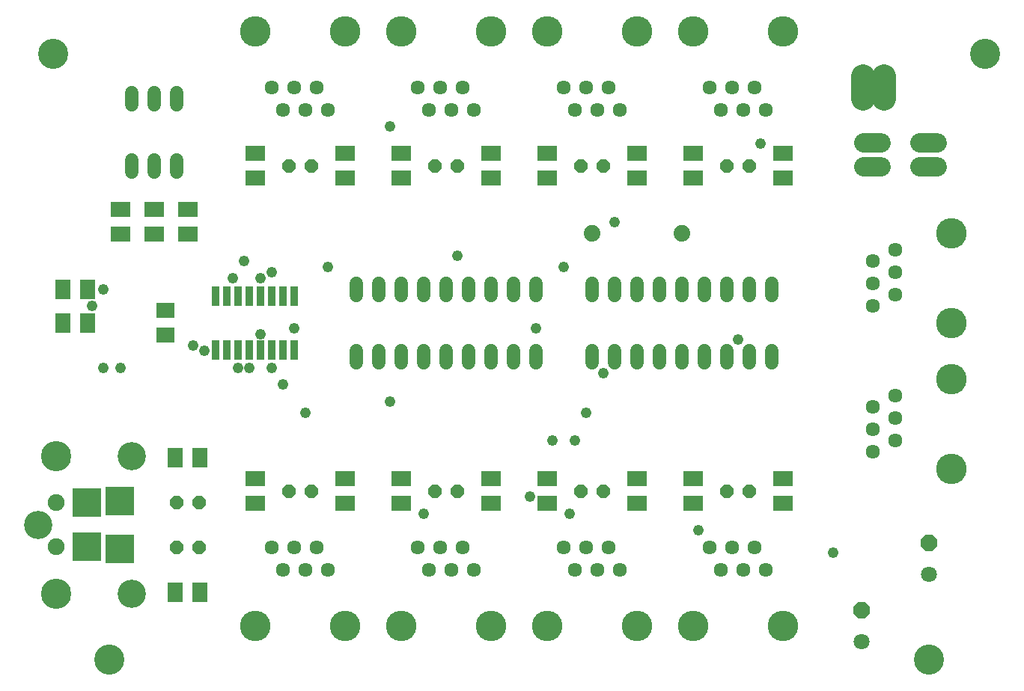
<source format=gts>
G75*
G70*
%OFA0B0*%
%FSLAX24Y24*%
%IPPOS*%
%LPD*%
%AMOC8*
5,1,8,0,0,1.08239X$1,22.5*
%
%ADD10C,0.1340*%
%ADD11R,0.0340X0.0880*%
%ADD12C,0.0600*%
%ADD13C,0.0634*%
%ADD14C,0.1360*%
%ADD15R,0.0867X0.0710*%
%ADD16OC8,0.0600*%
%ADD17C,0.0740*%
%ADD18C,0.0867*%
%ADD19C,0.1261*%
%ADD20C,0.1346*%
%ADD21R,0.1261X0.1261*%
%ADD22C,0.0749*%
%ADD23R,0.0710X0.0867*%
%ADD24C,0.1080*%
%ADD25OC8,0.0710*%
%ADD26C,0.0710*%
%ADD27R,0.0789X0.0710*%
%ADD28C,0.0480*%
D10*
X004100Y001704D03*
X040600Y001704D03*
X043100Y028704D03*
X001600Y028704D03*
D11*
X008850Y017914D03*
X009350Y017914D03*
X009850Y017914D03*
X010350Y017914D03*
X010850Y017914D03*
X011350Y017914D03*
X011850Y017914D03*
X012350Y017914D03*
X012350Y015494D03*
X011850Y015494D03*
X011350Y015494D03*
X010850Y015494D03*
X010350Y015494D03*
X009850Y015494D03*
X009350Y015494D03*
X008850Y015494D03*
D12*
X015100Y015464D02*
X015100Y014944D01*
X016100Y014944D02*
X016100Y015464D01*
X017100Y015464D02*
X017100Y014944D01*
X018100Y014944D02*
X018100Y015464D01*
X019100Y015464D02*
X019100Y014944D01*
X020100Y014944D02*
X020100Y015464D01*
X021100Y015464D02*
X021100Y014944D01*
X022100Y014944D02*
X022100Y015464D01*
X023100Y015464D02*
X023100Y014944D01*
X025600Y014944D02*
X025600Y015464D01*
X026600Y015464D02*
X026600Y014944D01*
X027600Y014944D02*
X027600Y015464D01*
X028600Y015464D02*
X028600Y014944D01*
X029600Y014944D02*
X029600Y015464D01*
X030600Y015464D02*
X030600Y014944D01*
X031600Y014944D02*
X031600Y015464D01*
X032600Y015464D02*
X032600Y014944D01*
X033600Y014944D02*
X033600Y015464D01*
X033600Y017944D02*
X033600Y018464D01*
X032600Y018464D02*
X032600Y017944D01*
X031600Y017944D02*
X031600Y018464D01*
X030600Y018464D02*
X030600Y017944D01*
X029600Y017944D02*
X029600Y018464D01*
X028600Y018464D02*
X028600Y017944D01*
X027600Y017944D02*
X027600Y018464D01*
X026600Y018464D02*
X026600Y017944D01*
X025600Y017944D02*
X025600Y018464D01*
X023100Y018464D02*
X023100Y017944D01*
X022100Y017944D02*
X022100Y018464D01*
X021100Y018464D02*
X021100Y017944D01*
X020100Y017944D02*
X020100Y018464D01*
X019100Y018464D02*
X019100Y017944D01*
X018100Y017944D02*
X018100Y018464D01*
X017100Y018464D02*
X017100Y017944D01*
X016100Y017944D02*
X016100Y018464D01*
X015100Y018464D02*
X015100Y017944D01*
X007100Y023444D02*
X007100Y023964D01*
X006100Y023964D02*
X006100Y023444D01*
X005100Y023444D02*
X005100Y023964D01*
X005100Y026444D02*
X005100Y026964D01*
X006100Y026964D02*
X006100Y026444D01*
X007100Y026444D02*
X007100Y026964D01*
D13*
X011350Y027204D03*
X012350Y027204D03*
X013350Y027204D03*
X012850Y026204D03*
X011850Y026204D03*
X013850Y026204D03*
X017850Y027204D03*
X018850Y027204D03*
X019850Y027204D03*
X019350Y026204D03*
X020350Y026204D03*
X018350Y026204D03*
X024350Y027204D03*
X025350Y027204D03*
X026350Y027204D03*
X025850Y026204D03*
X024850Y026204D03*
X026850Y026204D03*
X030850Y027204D03*
X031850Y027204D03*
X032850Y027204D03*
X032350Y026204D03*
X033350Y026204D03*
X031350Y026204D03*
X039100Y019954D03*
X038100Y019454D03*
X039100Y018954D03*
X038100Y018454D03*
X039100Y017954D03*
X038100Y017454D03*
X039100Y013454D03*
X038100Y012954D03*
X039100Y012454D03*
X038100Y011954D03*
X039100Y011454D03*
X038100Y010954D03*
X032850Y006704D03*
X031850Y006704D03*
X030850Y006704D03*
X031350Y005704D03*
X032350Y005704D03*
X033350Y005704D03*
X026850Y005704D03*
X025850Y005704D03*
X024850Y005704D03*
X024350Y006704D03*
X025350Y006704D03*
X026350Y006704D03*
X020350Y005704D03*
X019350Y005704D03*
X018350Y005704D03*
X017850Y006704D03*
X018850Y006704D03*
X019850Y006704D03*
X013850Y005704D03*
X012850Y005704D03*
X011850Y005704D03*
X011350Y006704D03*
X012350Y006704D03*
X013350Y006704D03*
D14*
X014600Y003204D03*
X017100Y003204D03*
X021100Y003204D03*
X023600Y003204D03*
X027600Y003204D03*
X030100Y003204D03*
X034100Y003204D03*
X041600Y010204D03*
X041600Y014204D03*
X041600Y016704D03*
X041600Y020704D03*
X034100Y029704D03*
X030100Y029704D03*
X027600Y029704D03*
X023600Y029704D03*
X021100Y029704D03*
X017100Y029704D03*
X014600Y029704D03*
X010600Y029704D03*
X010600Y003204D03*
D15*
X010600Y008653D03*
X010600Y009755D03*
X014600Y009755D03*
X014600Y008653D03*
X017100Y008653D03*
X017100Y009755D03*
X021100Y009755D03*
X021100Y008653D03*
X023600Y008653D03*
X023600Y009755D03*
X027600Y009755D03*
X027600Y008653D03*
X030100Y008653D03*
X030100Y009755D03*
X034100Y009755D03*
X034100Y008653D03*
X034100Y023153D03*
X034100Y024255D03*
X030100Y024255D03*
X030100Y023153D03*
X027600Y023153D03*
X027600Y024255D03*
X023600Y024255D03*
X023600Y023153D03*
X021100Y023153D03*
X021100Y024255D03*
X017100Y024255D03*
X017100Y023153D03*
X014600Y023153D03*
X014600Y024255D03*
X010600Y024255D03*
X010600Y023153D03*
X007600Y021755D03*
X006100Y021755D03*
X004600Y021755D03*
X004600Y020653D03*
X006100Y020653D03*
X007600Y020653D03*
D16*
X012100Y023704D03*
X013100Y023704D03*
X018600Y023704D03*
X019600Y023704D03*
X025100Y023704D03*
X026100Y023704D03*
X031600Y023704D03*
X032600Y023704D03*
X032600Y009204D03*
X031600Y009204D03*
X026100Y009204D03*
X025100Y009204D03*
X019600Y009204D03*
X018600Y009204D03*
X013100Y009204D03*
X012100Y009204D03*
X008100Y008704D03*
X007100Y008704D03*
X007100Y006704D03*
X008100Y006704D03*
D17*
X025600Y020704D03*
X029600Y020704D03*
D18*
X037706Y023674D02*
X038494Y023674D01*
X038494Y024734D02*
X037706Y024734D01*
X040206Y024734D02*
X040994Y024734D01*
X040994Y023674D02*
X040206Y023674D01*
D19*
X005100Y010775D03*
X000966Y007704D03*
X005100Y004633D03*
D20*
X001754Y004633D03*
X001754Y010775D03*
D21*
X003131Y008688D03*
X004569Y008767D03*
X004569Y006641D03*
X003131Y006720D03*
D22*
X001754Y006720D03*
X001754Y008688D03*
D23*
X007049Y010704D03*
X008151Y010704D03*
X008151Y004704D03*
X007049Y004704D03*
X003151Y016704D03*
X002049Y016704D03*
X002049Y018204D03*
X003151Y018204D03*
D24*
X037695Y026704D02*
X037695Y027704D01*
X038630Y027704D02*
X038630Y026704D01*
D25*
X040600Y006904D03*
X037600Y003904D03*
D26*
X037600Y002504D03*
X040600Y005504D03*
D27*
X006600Y016153D03*
X006600Y017255D03*
D28*
X007850Y015704D03*
X008350Y015454D03*
X009850Y014704D03*
X010350Y014704D03*
X011350Y014704D03*
X011850Y013954D03*
X012850Y012704D03*
X016600Y013204D03*
X012350Y016454D03*
X010850Y016204D03*
X010850Y018704D03*
X011350Y018954D03*
X010100Y019454D03*
X009600Y018704D03*
X013850Y019204D03*
X019600Y019704D03*
X023100Y016454D03*
X026100Y014454D03*
X025350Y012704D03*
X024850Y011454D03*
X023850Y011454D03*
X022850Y008954D03*
X024600Y008204D03*
X030350Y007454D03*
X036350Y006454D03*
X032100Y015954D03*
X026600Y021204D03*
X024350Y019204D03*
X016600Y025454D03*
X003850Y018204D03*
X003350Y017454D03*
X003850Y014704D03*
X004600Y014704D03*
X018100Y008204D03*
X033100Y024704D03*
M02*

</source>
